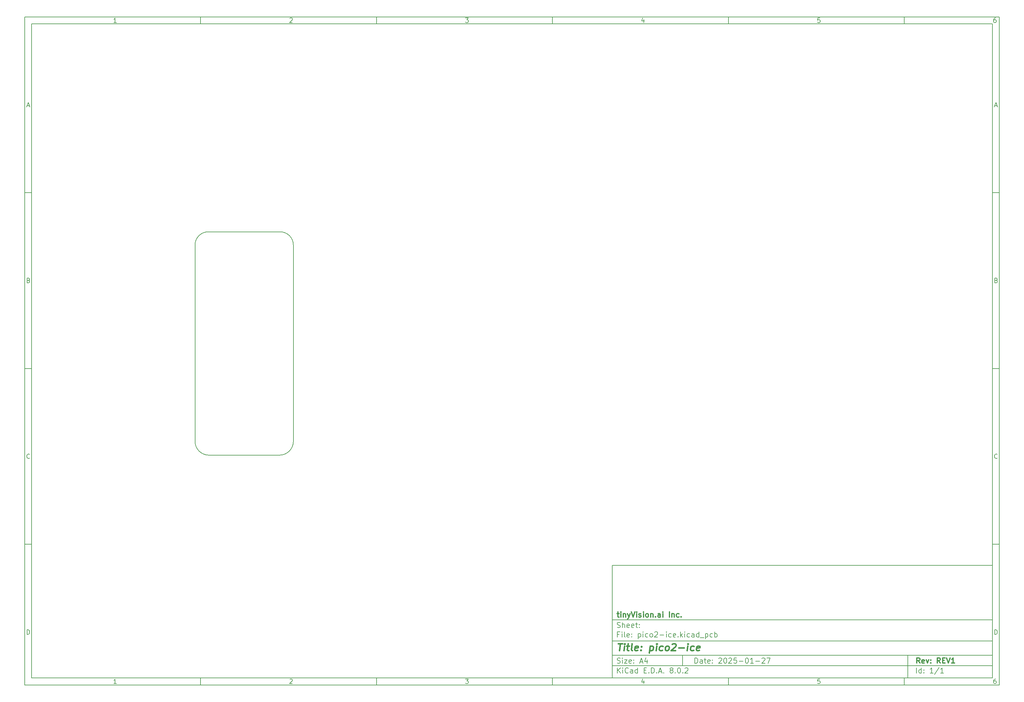
<source format=gbr>
%TF.GenerationSoftware,KiCad,Pcbnew,8.0.2*%
%TF.CreationDate,2025-02-02T23:53:12+05:30*%
%TF.ProjectId,pico2-ice,7069636f-322d-4696-9365-2e6b69636164,REV1*%
%TF.SameCoordinates,Original*%
%TF.FileFunction,Other,User*%
%FSLAX46Y46*%
G04 Gerber Fmt 4.6, Leading zero omitted, Abs format (unit mm)*
G04 Created by KiCad (PCBNEW 8.0.2) date 2025-02-02 23:53:12*
%MOMM*%
%LPD*%
G01*
G04 APERTURE LIST*
%ADD10C,0.100000*%
%ADD11C,0.150000*%
%ADD12C,0.300000*%
%ADD13C,0.400000*%
%TA.AperFunction,Profile*%
%ADD14C,0.127000*%
%TD*%
G04 APERTURE END LIST*
D10*
D11*
X177002200Y-166007200D02*
X285002200Y-166007200D01*
X285002200Y-198007200D01*
X177002200Y-198007200D01*
X177002200Y-166007200D01*
D10*
D11*
X10000000Y-10000000D02*
X287002200Y-10000000D01*
X287002200Y-200007200D01*
X10000000Y-200007200D01*
X10000000Y-10000000D01*
D10*
D11*
X12000000Y-12000000D02*
X285002200Y-12000000D01*
X285002200Y-198007200D01*
X12000000Y-198007200D01*
X12000000Y-12000000D01*
D10*
D11*
X60000000Y-12000000D02*
X60000000Y-10000000D01*
D10*
D11*
X110000000Y-12000000D02*
X110000000Y-10000000D01*
D10*
D11*
X160000000Y-12000000D02*
X160000000Y-10000000D01*
D10*
D11*
X210000000Y-12000000D02*
X210000000Y-10000000D01*
D10*
D11*
X260000000Y-12000000D02*
X260000000Y-10000000D01*
D10*
D11*
X36089160Y-11593604D02*
X35346303Y-11593604D01*
X35717731Y-11593604D02*
X35717731Y-10293604D01*
X35717731Y-10293604D02*
X35593922Y-10479319D01*
X35593922Y-10479319D02*
X35470112Y-10603128D01*
X35470112Y-10603128D02*
X35346303Y-10665033D01*
D10*
D11*
X85346303Y-10417414D02*
X85408207Y-10355509D01*
X85408207Y-10355509D02*
X85532017Y-10293604D01*
X85532017Y-10293604D02*
X85841541Y-10293604D01*
X85841541Y-10293604D02*
X85965350Y-10355509D01*
X85965350Y-10355509D02*
X86027255Y-10417414D01*
X86027255Y-10417414D02*
X86089160Y-10541223D01*
X86089160Y-10541223D02*
X86089160Y-10665033D01*
X86089160Y-10665033D02*
X86027255Y-10850747D01*
X86027255Y-10850747D02*
X85284398Y-11593604D01*
X85284398Y-11593604D02*
X86089160Y-11593604D01*
D10*
D11*
X135284398Y-10293604D02*
X136089160Y-10293604D01*
X136089160Y-10293604D02*
X135655826Y-10788842D01*
X135655826Y-10788842D02*
X135841541Y-10788842D01*
X135841541Y-10788842D02*
X135965350Y-10850747D01*
X135965350Y-10850747D02*
X136027255Y-10912652D01*
X136027255Y-10912652D02*
X136089160Y-11036461D01*
X136089160Y-11036461D02*
X136089160Y-11345985D01*
X136089160Y-11345985D02*
X136027255Y-11469795D01*
X136027255Y-11469795D02*
X135965350Y-11531700D01*
X135965350Y-11531700D02*
X135841541Y-11593604D01*
X135841541Y-11593604D02*
X135470112Y-11593604D01*
X135470112Y-11593604D02*
X135346303Y-11531700D01*
X135346303Y-11531700D02*
X135284398Y-11469795D01*
D10*
D11*
X185965350Y-10726938D02*
X185965350Y-11593604D01*
X185655826Y-10231700D02*
X185346303Y-11160271D01*
X185346303Y-11160271D02*
X186151064Y-11160271D01*
D10*
D11*
X236027255Y-10293604D02*
X235408207Y-10293604D01*
X235408207Y-10293604D02*
X235346303Y-10912652D01*
X235346303Y-10912652D02*
X235408207Y-10850747D01*
X235408207Y-10850747D02*
X235532017Y-10788842D01*
X235532017Y-10788842D02*
X235841541Y-10788842D01*
X235841541Y-10788842D02*
X235965350Y-10850747D01*
X235965350Y-10850747D02*
X236027255Y-10912652D01*
X236027255Y-10912652D02*
X236089160Y-11036461D01*
X236089160Y-11036461D02*
X236089160Y-11345985D01*
X236089160Y-11345985D02*
X236027255Y-11469795D01*
X236027255Y-11469795D02*
X235965350Y-11531700D01*
X235965350Y-11531700D02*
X235841541Y-11593604D01*
X235841541Y-11593604D02*
X235532017Y-11593604D01*
X235532017Y-11593604D02*
X235408207Y-11531700D01*
X235408207Y-11531700D02*
X235346303Y-11469795D01*
D10*
D11*
X285965350Y-10293604D02*
X285717731Y-10293604D01*
X285717731Y-10293604D02*
X285593922Y-10355509D01*
X285593922Y-10355509D02*
X285532017Y-10417414D01*
X285532017Y-10417414D02*
X285408207Y-10603128D01*
X285408207Y-10603128D02*
X285346303Y-10850747D01*
X285346303Y-10850747D02*
X285346303Y-11345985D01*
X285346303Y-11345985D02*
X285408207Y-11469795D01*
X285408207Y-11469795D02*
X285470112Y-11531700D01*
X285470112Y-11531700D02*
X285593922Y-11593604D01*
X285593922Y-11593604D02*
X285841541Y-11593604D01*
X285841541Y-11593604D02*
X285965350Y-11531700D01*
X285965350Y-11531700D02*
X286027255Y-11469795D01*
X286027255Y-11469795D02*
X286089160Y-11345985D01*
X286089160Y-11345985D02*
X286089160Y-11036461D01*
X286089160Y-11036461D02*
X286027255Y-10912652D01*
X286027255Y-10912652D02*
X285965350Y-10850747D01*
X285965350Y-10850747D02*
X285841541Y-10788842D01*
X285841541Y-10788842D02*
X285593922Y-10788842D01*
X285593922Y-10788842D02*
X285470112Y-10850747D01*
X285470112Y-10850747D02*
X285408207Y-10912652D01*
X285408207Y-10912652D02*
X285346303Y-11036461D01*
D10*
D11*
X60000000Y-198007200D02*
X60000000Y-200007200D01*
D10*
D11*
X110000000Y-198007200D02*
X110000000Y-200007200D01*
D10*
D11*
X160000000Y-198007200D02*
X160000000Y-200007200D01*
D10*
D11*
X210000000Y-198007200D02*
X210000000Y-200007200D01*
D10*
D11*
X260000000Y-198007200D02*
X260000000Y-200007200D01*
D10*
D11*
X36089160Y-199600804D02*
X35346303Y-199600804D01*
X35717731Y-199600804D02*
X35717731Y-198300804D01*
X35717731Y-198300804D02*
X35593922Y-198486519D01*
X35593922Y-198486519D02*
X35470112Y-198610328D01*
X35470112Y-198610328D02*
X35346303Y-198672233D01*
D10*
D11*
X85346303Y-198424614D02*
X85408207Y-198362709D01*
X85408207Y-198362709D02*
X85532017Y-198300804D01*
X85532017Y-198300804D02*
X85841541Y-198300804D01*
X85841541Y-198300804D02*
X85965350Y-198362709D01*
X85965350Y-198362709D02*
X86027255Y-198424614D01*
X86027255Y-198424614D02*
X86089160Y-198548423D01*
X86089160Y-198548423D02*
X86089160Y-198672233D01*
X86089160Y-198672233D02*
X86027255Y-198857947D01*
X86027255Y-198857947D02*
X85284398Y-199600804D01*
X85284398Y-199600804D02*
X86089160Y-199600804D01*
D10*
D11*
X135284398Y-198300804D02*
X136089160Y-198300804D01*
X136089160Y-198300804D02*
X135655826Y-198796042D01*
X135655826Y-198796042D02*
X135841541Y-198796042D01*
X135841541Y-198796042D02*
X135965350Y-198857947D01*
X135965350Y-198857947D02*
X136027255Y-198919852D01*
X136027255Y-198919852D02*
X136089160Y-199043661D01*
X136089160Y-199043661D02*
X136089160Y-199353185D01*
X136089160Y-199353185D02*
X136027255Y-199476995D01*
X136027255Y-199476995D02*
X135965350Y-199538900D01*
X135965350Y-199538900D02*
X135841541Y-199600804D01*
X135841541Y-199600804D02*
X135470112Y-199600804D01*
X135470112Y-199600804D02*
X135346303Y-199538900D01*
X135346303Y-199538900D02*
X135284398Y-199476995D01*
D10*
D11*
X185965350Y-198734138D02*
X185965350Y-199600804D01*
X185655826Y-198238900D02*
X185346303Y-199167471D01*
X185346303Y-199167471D02*
X186151064Y-199167471D01*
D10*
D11*
X236027255Y-198300804D02*
X235408207Y-198300804D01*
X235408207Y-198300804D02*
X235346303Y-198919852D01*
X235346303Y-198919852D02*
X235408207Y-198857947D01*
X235408207Y-198857947D02*
X235532017Y-198796042D01*
X235532017Y-198796042D02*
X235841541Y-198796042D01*
X235841541Y-198796042D02*
X235965350Y-198857947D01*
X235965350Y-198857947D02*
X236027255Y-198919852D01*
X236027255Y-198919852D02*
X236089160Y-199043661D01*
X236089160Y-199043661D02*
X236089160Y-199353185D01*
X236089160Y-199353185D02*
X236027255Y-199476995D01*
X236027255Y-199476995D02*
X235965350Y-199538900D01*
X235965350Y-199538900D02*
X235841541Y-199600804D01*
X235841541Y-199600804D02*
X235532017Y-199600804D01*
X235532017Y-199600804D02*
X235408207Y-199538900D01*
X235408207Y-199538900D02*
X235346303Y-199476995D01*
D10*
D11*
X285965350Y-198300804D02*
X285717731Y-198300804D01*
X285717731Y-198300804D02*
X285593922Y-198362709D01*
X285593922Y-198362709D02*
X285532017Y-198424614D01*
X285532017Y-198424614D02*
X285408207Y-198610328D01*
X285408207Y-198610328D02*
X285346303Y-198857947D01*
X285346303Y-198857947D02*
X285346303Y-199353185D01*
X285346303Y-199353185D02*
X285408207Y-199476995D01*
X285408207Y-199476995D02*
X285470112Y-199538900D01*
X285470112Y-199538900D02*
X285593922Y-199600804D01*
X285593922Y-199600804D02*
X285841541Y-199600804D01*
X285841541Y-199600804D02*
X285965350Y-199538900D01*
X285965350Y-199538900D02*
X286027255Y-199476995D01*
X286027255Y-199476995D02*
X286089160Y-199353185D01*
X286089160Y-199353185D02*
X286089160Y-199043661D01*
X286089160Y-199043661D02*
X286027255Y-198919852D01*
X286027255Y-198919852D02*
X285965350Y-198857947D01*
X285965350Y-198857947D02*
X285841541Y-198796042D01*
X285841541Y-198796042D02*
X285593922Y-198796042D01*
X285593922Y-198796042D02*
X285470112Y-198857947D01*
X285470112Y-198857947D02*
X285408207Y-198919852D01*
X285408207Y-198919852D02*
X285346303Y-199043661D01*
D10*
D11*
X10000000Y-60000000D02*
X12000000Y-60000000D01*
D10*
D11*
X10000000Y-110000000D02*
X12000000Y-110000000D01*
D10*
D11*
X10000000Y-160000000D02*
X12000000Y-160000000D01*
D10*
D11*
X10690476Y-35222176D02*
X11309523Y-35222176D01*
X10566666Y-35593604D02*
X10999999Y-34293604D01*
X10999999Y-34293604D02*
X11433333Y-35593604D01*
D10*
D11*
X11092857Y-84912652D02*
X11278571Y-84974557D01*
X11278571Y-84974557D02*
X11340476Y-85036461D01*
X11340476Y-85036461D02*
X11402380Y-85160271D01*
X11402380Y-85160271D02*
X11402380Y-85345985D01*
X11402380Y-85345985D02*
X11340476Y-85469795D01*
X11340476Y-85469795D02*
X11278571Y-85531700D01*
X11278571Y-85531700D02*
X11154761Y-85593604D01*
X11154761Y-85593604D02*
X10659523Y-85593604D01*
X10659523Y-85593604D02*
X10659523Y-84293604D01*
X10659523Y-84293604D02*
X11092857Y-84293604D01*
X11092857Y-84293604D02*
X11216666Y-84355509D01*
X11216666Y-84355509D02*
X11278571Y-84417414D01*
X11278571Y-84417414D02*
X11340476Y-84541223D01*
X11340476Y-84541223D02*
X11340476Y-84665033D01*
X11340476Y-84665033D02*
X11278571Y-84788842D01*
X11278571Y-84788842D02*
X11216666Y-84850747D01*
X11216666Y-84850747D02*
X11092857Y-84912652D01*
X11092857Y-84912652D02*
X10659523Y-84912652D01*
D10*
D11*
X11402380Y-135469795D02*
X11340476Y-135531700D01*
X11340476Y-135531700D02*
X11154761Y-135593604D01*
X11154761Y-135593604D02*
X11030952Y-135593604D01*
X11030952Y-135593604D02*
X10845238Y-135531700D01*
X10845238Y-135531700D02*
X10721428Y-135407890D01*
X10721428Y-135407890D02*
X10659523Y-135284080D01*
X10659523Y-135284080D02*
X10597619Y-135036461D01*
X10597619Y-135036461D02*
X10597619Y-134850747D01*
X10597619Y-134850747D02*
X10659523Y-134603128D01*
X10659523Y-134603128D02*
X10721428Y-134479319D01*
X10721428Y-134479319D02*
X10845238Y-134355509D01*
X10845238Y-134355509D02*
X11030952Y-134293604D01*
X11030952Y-134293604D02*
X11154761Y-134293604D01*
X11154761Y-134293604D02*
X11340476Y-134355509D01*
X11340476Y-134355509D02*
X11402380Y-134417414D01*
D10*
D11*
X10659523Y-185593604D02*
X10659523Y-184293604D01*
X10659523Y-184293604D02*
X10969047Y-184293604D01*
X10969047Y-184293604D02*
X11154761Y-184355509D01*
X11154761Y-184355509D02*
X11278571Y-184479319D01*
X11278571Y-184479319D02*
X11340476Y-184603128D01*
X11340476Y-184603128D02*
X11402380Y-184850747D01*
X11402380Y-184850747D02*
X11402380Y-185036461D01*
X11402380Y-185036461D02*
X11340476Y-185284080D01*
X11340476Y-185284080D02*
X11278571Y-185407890D01*
X11278571Y-185407890D02*
X11154761Y-185531700D01*
X11154761Y-185531700D02*
X10969047Y-185593604D01*
X10969047Y-185593604D02*
X10659523Y-185593604D01*
D10*
D11*
X287002200Y-60000000D02*
X285002200Y-60000000D01*
D10*
D11*
X287002200Y-110000000D02*
X285002200Y-110000000D01*
D10*
D11*
X287002200Y-160000000D02*
X285002200Y-160000000D01*
D10*
D11*
X285692676Y-35222176D02*
X286311723Y-35222176D01*
X285568866Y-35593604D02*
X286002199Y-34293604D01*
X286002199Y-34293604D02*
X286435533Y-35593604D01*
D10*
D11*
X286095057Y-84912652D02*
X286280771Y-84974557D01*
X286280771Y-84974557D02*
X286342676Y-85036461D01*
X286342676Y-85036461D02*
X286404580Y-85160271D01*
X286404580Y-85160271D02*
X286404580Y-85345985D01*
X286404580Y-85345985D02*
X286342676Y-85469795D01*
X286342676Y-85469795D02*
X286280771Y-85531700D01*
X286280771Y-85531700D02*
X286156961Y-85593604D01*
X286156961Y-85593604D02*
X285661723Y-85593604D01*
X285661723Y-85593604D02*
X285661723Y-84293604D01*
X285661723Y-84293604D02*
X286095057Y-84293604D01*
X286095057Y-84293604D02*
X286218866Y-84355509D01*
X286218866Y-84355509D02*
X286280771Y-84417414D01*
X286280771Y-84417414D02*
X286342676Y-84541223D01*
X286342676Y-84541223D02*
X286342676Y-84665033D01*
X286342676Y-84665033D02*
X286280771Y-84788842D01*
X286280771Y-84788842D02*
X286218866Y-84850747D01*
X286218866Y-84850747D02*
X286095057Y-84912652D01*
X286095057Y-84912652D02*
X285661723Y-84912652D01*
D10*
D11*
X286404580Y-135469795D02*
X286342676Y-135531700D01*
X286342676Y-135531700D02*
X286156961Y-135593604D01*
X286156961Y-135593604D02*
X286033152Y-135593604D01*
X286033152Y-135593604D02*
X285847438Y-135531700D01*
X285847438Y-135531700D02*
X285723628Y-135407890D01*
X285723628Y-135407890D02*
X285661723Y-135284080D01*
X285661723Y-135284080D02*
X285599819Y-135036461D01*
X285599819Y-135036461D02*
X285599819Y-134850747D01*
X285599819Y-134850747D02*
X285661723Y-134603128D01*
X285661723Y-134603128D02*
X285723628Y-134479319D01*
X285723628Y-134479319D02*
X285847438Y-134355509D01*
X285847438Y-134355509D02*
X286033152Y-134293604D01*
X286033152Y-134293604D02*
X286156961Y-134293604D01*
X286156961Y-134293604D02*
X286342676Y-134355509D01*
X286342676Y-134355509D02*
X286404580Y-134417414D01*
D10*
D11*
X285661723Y-185593604D02*
X285661723Y-184293604D01*
X285661723Y-184293604D02*
X285971247Y-184293604D01*
X285971247Y-184293604D02*
X286156961Y-184355509D01*
X286156961Y-184355509D02*
X286280771Y-184479319D01*
X286280771Y-184479319D02*
X286342676Y-184603128D01*
X286342676Y-184603128D02*
X286404580Y-184850747D01*
X286404580Y-184850747D02*
X286404580Y-185036461D01*
X286404580Y-185036461D02*
X286342676Y-185284080D01*
X286342676Y-185284080D02*
X286280771Y-185407890D01*
X286280771Y-185407890D02*
X286156961Y-185531700D01*
X286156961Y-185531700D02*
X285971247Y-185593604D01*
X285971247Y-185593604D02*
X285661723Y-185593604D01*
D10*
D11*
X200458026Y-193793328D02*
X200458026Y-192293328D01*
X200458026Y-192293328D02*
X200815169Y-192293328D01*
X200815169Y-192293328D02*
X201029455Y-192364757D01*
X201029455Y-192364757D02*
X201172312Y-192507614D01*
X201172312Y-192507614D02*
X201243741Y-192650471D01*
X201243741Y-192650471D02*
X201315169Y-192936185D01*
X201315169Y-192936185D02*
X201315169Y-193150471D01*
X201315169Y-193150471D02*
X201243741Y-193436185D01*
X201243741Y-193436185D02*
X201172312Y-193579042D01*
X201172312Y-193579042D02*
X201029455Y-193721900D01*
X201029455Y-193721900D02*
X200815169Y-193793328D01*
X200815169Y-193793328D02*
X200458026Y-193793328D01*
X202600884Y-193793328D02*
X202600884Y-193007614D01*
X202600884Y-193007614D02*
X202529455Y-192864757D01*
X202529455Y-192864757D02*
X202386598Y-192793328D01*
X202386598Y-192793328D02*
X202100884Y-192793328D01*
X202100884Y-192793328D02*
X201958026Y-192864757D01*
X202600884Y-193721900D02*
X202458026Y-193793328D01*
X202458026Y-193793328D02*
X202100884Y-193793328D01*
X202100884Y-193793328D02*
X201958026Y-193721900D01*
X201958026Y-193721900D02*
X201886598Y-193579042D01*
X201886598Y-193579042D02*
X201886598Y-193436185D01*
X201886598Y-193436185D02*
X201958026Y-193293328D01*
X201958026Y-193293328D02*
X202100884Y-193221900D01*
X202100884Y-193221900D02*
X202458026Y-193221900D01*
X202458026Y-193221900D02*
X202600884Y-193150471D01*
X203100884Y-192793328D02*
X203672312Y-192793328D01*
X203315169Y-192293328D02*
X203315169Y-193579042D01*
X203315169Y-193579042D02*
X203386598Y-193721900D01*
X203386598Y-193721900D02*
X203529455Y-193793328D01*
X203529455Y-193793328D02*
X203672312Y-193793328D01*
X204743741Y-193721900D02*
X204600884Y-193793328D01*
X204600884Y-193793328D02*
X204315170Y-193793328D01*
X204315170Y-193793328D02*
X204172312Y-193721900D01*
X204172312Y-193721900D02*
X204100884Y-193579042D01*
X204100884Y-193579042D02*
X204100884Y-193007614D01*
X204100884Y-193007614D02*
X204172312Y-192864757D01*
X204172312Y-192864757D02*
X204315170Y-192793328D01*
X204315170Y-192793328D02*
X204600884Y-192793328D01*
X204600884Y-192793328D02*
X204743741Y-192864757D01*
X204743741Y-192864757D02*
X204815170Y-193007614D01*
X204815170Y-193007614D02*
X204815170Y-193150471D01*
X204815170Y-193150471D02*
X204100884Y-193293328D01*
X205458026Y-193650471D02*
X205529455Y-193721900D01*
X205529455Y-193721900D02*
X205458026Y-193793328D01*
X205458026Y-193793328D02*
X205386598Y-193721900D01*
X205386598Y-193721900D02*
X205458026Y-193650471D01*
X205458026Y-193650471D02*
X205458026Y-193793328D01*
X205458026Y-192864757D02*
X205529455Y-192936185D01*
X205529455Y-192936185D02*
X205458026Y-193007614D01*
X205458026Y-193007614D02*
X205386598Y-192936185D01*
X205386598Y-192936185D02*
X205458026Y-192864757D01*
X205458026Y-192864757D02*
X205458026Y-193007614D01*
X207243741Y-192436185D02*
X207315169Y-192364757D01*
X207315169Y-192364757D02*
X207458027Y-192293328D01*
X207458027Y-192293328D02*
X207815169Y-192293328D01*
X207815169Y-192293328D02*
X207958027Y-192364757D01*
X207958027Y-192364757D02*
X208029455Y-192436185D01*
X208029455Y-192436185D02*
X208100884Y-192579042D01*
X208100884Y-192579042D02*
X208100884Y-192721900D01*
X208100884Y-192721900D02*
X208029455Y-192936185D01*
X208029455Y-192936185D02*
X207172312Y-193793328D01*
X207172312Y-193793328D02*
X208100884Y-193793328D01*
X209029455Y-192293328D02*
X209172312Y-192293328D01*
X209172312Y-192293328D02*
X209315169Y-192364757D01*
X209315169Y-192364757D02*
X209386598Y-192436185D01*
X209386598Y-192436185D02*
X209458026Y-192579042D01*
X209458026Y-192579042D02*
X209529455Y-192864757D01*
X209529455Y-192864757D02*
X209529455Y-193221900D01*
X209529455Y-193221900D02*
X209458026Y-193507614D01*
X209458026Y-193507614D02*
X209386598Y-193650471D01*
X209386598Y-193650471D02*
X209315169Y-193721900D01*
X209315169Y-193721900D02*
X209172312Y-193793328D01*
X209172312Y-193793328D02*
X209029455Y-193793328D01*
X209029455Y-193793328D02*
X208886598Y-193721900D01*
X208886598Y-193721900D02*
X208815169Y-193650471D01*
X208815169Y-193650471D02*
X208743740Y-193507614D01*
X208743740Y-193507614D02*
X208672312Y-193221900D01*
X208672312Y-193221900D02*
X208672312Y-192864757D01*
X208672312Y-192864757D02*
X208743740Y-192579042D01*
X208743740Y-192579042D02*
X208815169Y-192436185D01*
X208815169Y-192436185D02*
X208886598Y-192364757D01*
X208886598Y-192364757D02*
X209029455Y-192293328D01*
X210100883Y-192436185D02*
X210172311Y-192364757D01*
X210172311Y-192364757D02*
X210315169Y-192293328D01*
X210315169Y-192293328D02*
X210672311Y-192293328D01*
X210672311Y-192293328D02*
X210815169Y-192364757D01*
X210815169Y-192364757D02*
X210886597Y-192436185D01*
X210886597Y-192436185D02*
X210958026Y-192579042D01*
X210958026Y-192579042D02*
X210958026Y-192721900D01*
X210958026Y-192721900D02*
X210886597Y-192936185D01*
X210886597Y-192936185D02*
X210029454Y-193793328D01*
X210029454Y-193793328D02*
X210958026Y-193793328D01*
X212315168Y-192293328D02*
X211600882Y-192293328D01*
X211600882Y-192293328D02*
X211529454Y-193007614D01*
X211529454Y-193007614D02*
X211600882Y-192936185D01*
X211600882Y-192936185D02*
X211743740Y-192864757D01*
X211743740Y-192864757D02*
X212100882Y-192864757D01*
X212100882Y-192864757D02*
X212243740Y-192936185D01*
X212243740Y-192936185D02*
X212315168Y-193007614D01*
X212315168Y-193007614D02*
X212386597Y-193150471D01*
X212386597Y-193150471D02*
X212386597Y-193507614D01*
X212386597Y-193507614D02*
X212315168Y-193650471D01*
X212315168Y-193650471D02*
X212243740Y-193721900D01*
X212243740Y-193721900D02*
X212100882Y-193793328D01*
X212100882Y-193793328D02*
X211743740Y-193793328D01*
X211743740Y-193793328D02*
X211600882Y-193721900D01*
X211600882Y-193721900D02*
X211529454Y-193650471D01*
X213029453Y-193221900D02*
X214172311Y-193221900D01*
X215172311Y-192293328D02*
X215315168Y-192293328D01*
X215315168Y-192293328D02*
X215458025Y-192364757D01*
X215458025Y-192364757D02*
X215529454Y-192436185D01*
X215529454Y-192436185D02*
X215600882Y-192579042D01*
X215600882Y-192579042D02*
X215672311Y-192864757D01*
X215672311Y-192864757D02*
X215672311Y-193221900D01*
X215672311Y-193221900D02*
X215600882Y-193507614D01*
X215600882Y-193507614D02*
X215529454Y-193650471D01*
X215529454Y-193650471D02*
X215458025Y-193721900D01*
X215458025Y-193721900D02*
X215315168Y-193793328D01*
X215315168Y-193793328D02*
X215172311Y-193793328D01*
X215172311Y-193793328D02*
X215029454Y-193721900D01*
X215029454Y-193721900D02*
X214958025Y-193650471D01*
X214958025Y-193650471D02*
X214886596Y-193507614D01*
X214886596Y-193507614D02*
X214815168Y-193221900D01*
X214815168Y-193221900D02*
X214815168Y-192864757D01*
X214815168Y-192864757D02*
X214886596Y-192579042D01*
X214886596Y-192579042D02*
X214958025Y-192436185D01*
X214958025Y-192436185D02*
X215029454Y-192364757D01*
X215029454Y-192364757D02*
X215172311Y-192293328D01*
X217100882Y-193793328D02*
X216243739Y-193793328D01*
X216672310Y-193793328D02*
X216672310Y-192293328D01*
X216672310Y-192293328D02*
X216529453Y-192507614D01*
X216529453Y-192507614D02*
X216386596Y-192650471D01*
X216386596Y-192650471D02*
X216243739Y-192721900D01*
X217743738Y-193221900D02*
X218886596Y-193221900D01*
X219529453Y-192436185D02*
X219600881Y-192364757D01*
X219600881Y-192364757D02*
X219743739Y-192293328D01*
X219743739Y-192293328D02*
X220100881Y-192293328D01*
X220100881Y-192293328D02*
X220243739Y-192364757D01*
X220243739Y-192364757D02*
X220315167Y-192436185D01*
X220315167Y-192436185D02*
X220386596Y-192579042D01*
X220386596Y-192579042D02*
X220386596Y-192721900D01*
X220386596Y-192721900D02*
X220315167Y-192936185D01*
X220315167Y-192936185D02*
X219458024Y-193793328D01*
X219458024Y-193793328D02*
X220386596Y-193793328D01*
X220886595Y-192293328D02*
X221886595Y-192293328D01*
X221886595Y-192293328D02*
X221243738Y-193793328D01*
D10*
D11*
X177002200Y-194507200D02*
X285002200Y-194507200D01*
D10*
D11*
X178458026Y-196593328D02*
X178458026Y-195093328D01*
X179315169Y-196593328D02*
X178672312Y-195736185D01*
X179315169Y-195093328D02*
X178458026Y-195950471D01*
X179958026Y-196593328D02*
X179958026Y-195593328D01*
X179958026Y-195093328D02*
X179886598Y-195164757D01*
X179886598Y-195164757D02*
X179958026Y-195236185D01*
X179958026Y-195236185D02*
X180029455Y-195164757D01*
X180029455Y-195164757D02*
X179958026Y-195093328D01*
X179958026Y-195093328D02*
X179958026Y-195236185D01*
X181529455Y-196450471D02*
X181458027Y-196521900D01*
X181458027Y-196521900D02*
X181243741Y-196593328D01*
X181243741Y-196593328D02*
X181100884Y-196593328D01*
X181100884Y-196593328D02*
X180886598Y-196521900D01*
X180886598Y-196521900D02*
X180743741Y-196379042D01*
X180743741Y-196379042D02*
X180672312Y-196236185D01*
X180672312Y-196236185D02*
X180600884Y-195950471D01*
X180600884Y-195950471D02*
X180600884Y-195736185D01*
X180600884Y-195736185D02*
X180672312Y-195450471D01*
X180672312Y-195450471D02*
X180743741Y-195307614D01*
X180743741Y-195307614D02*
X180886598Y-195164757D01*
X180886598Y-195164757D02*
X181100884Y-195093328D01*
X181100884Y-195093328D02*
X181243741Y-195093328D01*
X181243741Y-195093328D02*
X181458027Y-195164757D01*
X181458027Y-195164757D02*
X181529455Y-195236185D01*
X182815170Y-196593328D02*
X182815170Y-195807614D01*
X182815170Y-195807614D02*
X182743741Y-195664757D01*
X182743741Y-195664757D02*
X182600884Y-195593328D01*
X182600884Y-195593328D02*
X182315170Y-195593328D01*
X182315170Y-195593328D02*
X182172312Y-195664757D01*
X182815170Y-196521900D02*
X182672312Y-196593328D01*
X182672312Y-196593328D02*
X182315170Y-196593328D01*
X182315170Y-196593328D02*
X182172312Y-196521900D01*
X182172312Y-196521900D02*
X182100884Y-196379042D01*
X182100884Y-196379042D02*
X182100884Y-196236185D01*
X182100884Y-196236185D02*
X182172312Y-196093328D01*
X182172312Y-196093328D02*
X182315170Y-196021900D01*
X182315170Y-196021900D02*
X182672312Y-196021900D01*
X182672312Y-196021900D02*
X182815170Y-195950471D01*
X184172313Y-196593328D02*
X184172313Y-195093328D01*
X184172313Y-196521900D02*
X184029455Y-196593328D01*
X184029455Y-196593328D02*
X183743741Y-196593328D01*
X183743741Y-196593328D02*
X183600884Y-196521900D01*
X183600884Y-196521900D02*
X183529455Y-196450471D01*
X183529455Y-196450471D02*
X183458027Y-196307614D01*
X183458027Y-196307614D02*
X183458027Y-195879042D01*
X183458027Y-195879042D02*
X183529455Y-195736185D01*
X183529455Y-195736185D02*
X183600884Y-195664757D01*
X183600884Y-195664757D02*
X183743741Y-195593328D01*
X183743741Y-195593328D02*
X184029455Y-195593328D01*
X184029455Y-195593328D02*
X184172313Y-195664757D01*
X186029455Y-195807614D02*
X186529455Y-195807614D01*
X186743741Y-196593328D02*
X186029455Y-196593328D01*
X186029455Y-196593328D02*
X186029455Y-195093328D01*
X186029455Y-195093328D02*
X186743741Y-195093328D01*
X187386598Y-196450471D02*
X187458027Y-196521900D01*
X187458027Y-196521900D02*
X187386598Y-196593328D01*
X187386598Y-196593328D02*
X187315170Y-196521900D01*
X187315170Y-196521900D02*
X187386598Y-196450471D01*
X187386598Y-196450471D02*
X187386598Y-196593328D01*
X188100884Y-196593328D02*
X188100884Y-195093328D01*
X188100884Y-195093328D02*
X188458027Y-195093328D01*
X188458027Y-195093328D02*
X188672313Y-195164757D01*
X188672313Y-195164757D02*
X188815170Y-195307614D01*
X188815170Y-195307614D02*
X188886599Y-195450471D01*
X188886599Y-195450471D02*
X188958027Y-195736185D01*
X188958027Y-195736185D02*
X188958027Y-195950471D01*
X188958027Y-195950471D02*
X188886599Y-196236185D01*
X188886599Y-196236185D02*
X188815170Y-196379042D01*
X188815170Y-196379042D02*
X188672313Y-196521900D01*
X188672313Y-196521900D02*
X188458027Y-196593328D01*
X188458027Y-196593328D02*
X188100884Y-196593328D01*
X189600884Y-196450471D02*
X189672313Y-196521900D01*
X189672313Y-196521900D02*
X189600884Y-196593328D01*
X189600884Y-196593328D02*
X189529456Y-196521900D01*
X189529456Y-196521900D02*
X189600884Y-196450471D01*
X189600884Y-196450471D02*
X189600884Y-196593328D01*
X190243742Y-196164757D02*
X190958028Y-196164757D01*
X190100885Y-196593328D02*
X190600885Y-195093328D01*
X190600885Y-195093328D02*
X191100885Y-196593328D01*
X191600884Y-196450471D02*
X191672313Y-196521900D01*
X191672313Y-196521900D02*
X191600884Y-196593328D01*
X191600884Y-196593328D02*
X191529456Y-196521900D01*
X191529456Y-196521900D02*
X191600884Y-196450471D01*
X191600884Y-196450471D02*
X191600884Y-196593328D01*
X193672313Y-195736185D02*
X193529456Y-195664757D01*
X193529456Y-195664757D02*
X193458027Y-195593328D01*
X193458027Y-195593328D02*
X193386599Y-195450471D01*
X193386599Y-195450471D02*
X193386599Y-195379042D01*
X193386599Y-195379042D02*
X193458027Y-195236185D01*
X193458027Y-195236185D02*
X193529456Y-195164757D01*
X193529456Y-195164757D02*
X193672313Y-195093328D01*
X193672313Y-195093328D02*
X193958027Y-195093328D01*
X193958027Y-195093328D02*
X194100885Y-195164757D01*
X194100885Y-195164757D02*
X194172313Y-195236185D01*
X194172313Y-195236185D02*
X194243742Y-195379042D01*
X194243742Y-195379042D02*
X194243742Y-195450471D01*
X194243742Y-195450471D02*
X194172313Y-195593328D01*
X194172313Y-195593328D02*
X194100885Y-195664757D01*
X194100885Y-195664757D02*
X193958027Y-195736185D01*
X193958027Y-195736185D02*
X193672313Y-195736185D01*
X193672313Y-195736185D02*
X193529456Y-195807614D01*
X193529456Y-195807614D02*
X193458027Y-195879042D01*
X193458027Y-195879042D02*
X193386599Y-196021900D01*
X193386599Y-196021900D02*
X193386599Y-196307614D01*
X193386599Y-196307614D02*
X193458027Y-196450471D01*
X193458027Y-196450471D02*
X193529456Y-196521900D01*
X193529456Y-196521900D02*
X193672313Y-196593328D01*
X193672313Y-196593328D02*
X193958027Y-196593328D01*
X193958027Y-196593328D02*
X194100885Y-196521900D01*
X194100885Y-196521900D02*
X194172313Y-196450471D01*
X194172313Y-196450471D02*
X194243742Y-196307614D01*
X194243742Y-196307614D02*
X194243742Y-196021900D01*
X194243742Y-196021900D02*
X194172313Y-195879042D01*
X194172313Y-195879042D02*
X194100885Y-195807614D01*
X194100885Y-195807614D02*
X193958027Y-195736185D01*
X194886598Y-196450471D02*
X194958027Y-196521900D01*
X194958027Y-196521900D02*
X194886598Y-196593328D01*
X194886598Y-196593328D02*
X194815170Y-196521900D01*
X194815170Y-196521900D02*
X194886598Y-196450471D01*
X194886598Y-196450471D02*
X194886598Y-196593328D01*
X195886599Y-195093328D02*
X196029456Y-195093328D01*
X196029456Y-195093328D02*
X196172313Y-195164757D01*
X196172313Y-195164757D02*
X196243742Y-195236185D01*
X196243742Y-195236185D02*
X196315170Y-195379042D01*
X196315170Y-195379042D02*
X196386599Y-195664757D01*
X196386599Y-195664757D02*
X196386599Y-196021900D01*
X196386599Y-196021900D02*
X196315170Y-196307614D01*
X196315170Y-196307614D02*
X196243742Y-196450471D01*
X196243742Y-196450471D02*
X196172313Y-196521900D01*
X196172313Y-196521900D02*
X196029456Y-196593328D01*
X196029456Y-196593328D02*
X195886599Y-196593328D01*
X195886599Y-196593328D02*
X195743742Y-196521900D01*
X195743742Y-196521900D02*
X195672313Y-196450471D01*
X195672313Y-196450471D02*
X195600884Y-196307614D01*
X195600884Y-196307614D02*
X195529456Y-196021900D01*
X195529456Y-196021900D02*
X195529456Y-195664757D01*
X195529456Y-195664757D02*
X195600884Y-195379042D01*
X195600884Y-195379042D02*
X195672313Y-195236185D01*
X195672313Y-195236185D02*
X195743742Y-195164757D01*
X195743742Y-195164757D02*
X195886599Y-195093328D01*
X197029455Y-196450471D02*
X197100884Y-196521900D01*
X197100884Y-196521900D02*
X197029455Y-196593328D01*
X197029455Y-196593328D02*
X196958027Y-196521900D01*
X196958027Y-196521900D02*
X197029455Y-196450471D01*
X197029455Y-196450471D02*
X197029455Y-196593328D01*
X197672313Y-195236185D02*
X197743741Y-195164757D01*
X197743741Y-195164757D02*
X197886599Y-195093328D01*
X197886599Y-195093328D02*
X198243741Y-195093328D01*
X198243741Y-195093328D02*
X198386599Y-195164757D01*
X198386599Y-195164757D02*
X198458027Y-195236185D01*
X198458027Y-195236185D02*
X198529456Y-195379042D01*
X198529456Y-195379042D02*
X198529456Y-195521900D01*
X198529456Y-195521900D02*
X198458027Y-195736185D01*
X198458027Y-195736185D02*
X197600884Y-196593328D01*
X197600884Y-196593328D02*
X198529456Y-196593328D01*
D10*
D11*
X177002200Y-191507200D02*
X285002200Y-191507200D01*
D10*
D12*
X264413853Y-193785528D02*
X263913853Y-193071242D01*
X263556710Y-193785528D02*
X263556710Y-192285528D01*
X263556710Y-192285528D02*
X264128139Y-192285528D01*
X264128139Y-192285528D02*
X264270996Y-192356957D01*
X264270996Y-192356957D02*
X264342425Y-192428385D01*
X264342425Y-192428385D02*
X264413853Y-192571242D01*
X264413853Y-192571242D02*
X264413853Y-192785528D01*
X264413853Y-192785528D02*
X264342425Y-192928385D01*
X264342425Y-192928385D02*
X264270996Y-192999814D01*
X264270996Y-192999814D02*
X264128139Y-193071242D01*
X264128139Y-193071242D02*
X263556710Y-193071242D01*
X265628139Y-193714100D02*
X265485282Y-193785528D01*
X265485282Y-193785528D02*
X265199568Y-193785528D01*
X265199568Y-193785528D02*
X265056710Y-193714100D01*
X265056710Y-193714100D02*
X264985282Y-193571242D01*
X264985282Y-193571242D02*
X264985282Y-192999814D01*
X264985282Y-192999814D02*
X265056710Y-192856957D01*
X265056710Y-192856957D02*
X265199568Y-192785528D01*
X265199568Y-192785528D02*
X265485282Y-192785528D01*
X265485282Y-192785528D02*
X265628139Y-192856957D01*
X265628139Y-192856957D02*
X265699568Y-192999814D01*
X265699568Y-192999814D02*
X265699568Y-193142671D01*
X265699568Y-193142671D02*
X264985282Y-193285528D01*
X266199567Y-192785528D02*
X266556710Y-193785528D01*
X266556710Y-193785528D02*
X266913853Y-192785528D01*
X267485281Y-193642671D02*
X267556710Y-193714100D01*
X267556710Y-193714100D02*
X267485281Y-193785528D01*
X267485281Y-193785528D02*
X267413853Y-193714100D01*
X267413853Y-193714100D02*
X267485281Y-193642671D01*
X267485281Y-193642671D02*
X267485281Y-193785528D01*
X267485281Y-192856957D02*
X267556710Y-192928385D01*
X267556710Y-192928385D02*
X267485281Y-192999814D01*
X267485281Y-192999814D02*
X267413853Y-192928385D01*
X267413853Y-192928385D02*
X267485281Y-192856957D01*
X267485281Y-192856957D02*
X267485281Y-192999814D01*
X270199567Y-193785528D02*
X269699567Y-193071242D01*
X269342424Y-193785528D02*
X269342424Y-192285528D01*
X269342424Y-192285528D02*
X269913853Y-192285528D01*
X269913853Y-192285528D02*
X270056710Y-192356957D01*
X270056710Y-192356957D02*
X270128139Y-192428385D01*
X270128139Y-192428385D02*
X270199567Y-192571242D01*
X270199567Y-192571242D02*
X270199567Y-192785528D01*
X270199567Y-192785528D02*
X270128139Y-192928385D01*
X270128139Y-192928385D02*
X270056710Y-192999814D01*
X270056710Y-192999814D02*
X269913853Y-193071242D01*
X269913853Y-193071242D02*
X269342424Y-193071242D01*
X270842424Y-192999814D02*
X271342424Y-192999814D01*
X271556710Y-193785528D02*
X270842424Y-193785528D01*
X270842424Y-193785528D02*
X270842424Y-192285528D01*
X270842424Y-192285528D02*
X271556710Y-192285528D01*
X271985282Y-192285528D02*
X272485282Y-193785528D01*
X272485282Y-193785528D02*
X272985282Y-192285528D01*
X274270996Y-193785528D02*
X273413853Y-193785528D01*
X273842424Y-193785528D02*
X273842424Y-192285528D01*
X273842424Y-192285528D02*
X273699567Y-192499814D01*
X273699567Y-192499814D02*
X273556710Y-192642671D01*
X273556710Y-192642671D02*
X273413853Y-192714100D01*
D10*
D11*
X178386598Y-193721900D02*
X178600884Y-193793328D01*
X178600884Y-193793328D02*
X178958026Y-193793328D01*
X178958026Y-193793328D02*
X179100884Y-193721900D01*
X179100884Y-193721900D02*
X179172312Y-193650471D01*
X179172312Y-193650471D02*
X179243741Y-193507614D01*
X179243741Y-193507614D02*
X179243741Y-193364757D01*
X179243741Y-193364757D02*
X179172312Y-193221900D01*
X179172312Y-193221900D02*
X179100884Y-193150471D01*
X179100884Y-193150471D02*
X178958026Y-193079042D01*
X178958026Y-193079042D02*
X178672312Y-193007614D01*
X178672312Y-193007614D02*
X178529455Y-192936185D01*
X178529455Y-192936185D02*
X178458026Y-192864757D01*
X178458026Y-192864757D02*
X178386598Y-192721900D01*
X178386598Y-192721900D02*
X178386598Y-192579042D01*
X178386598Y-192579042D02*
X178458026Y-192436185D01*
X178458026Y-192436185D02*
X178529455Y-192364757D01*
X178529455Y-192364757D02*
X178672312Y-192293328D01*
X178672312Y-192293328D02*
X179029455Y-192293328D01*
X179029455Y-192293328D02*
X179243741Y-192364757D01*
X179886597Y-193793328D02*
X179886597Y-192793328D01*
X179886597Y-192293328D02*
X179815169Y-192364757D01*
X179815169Y-192364757D02*
X179886597Y-192436185D01*
X179886597Y-192436185D02*
X179958026Y-192364757D01*
X179958026Y-192364757D02*
X179886597Y-192293328D01*
X179886597Y-192293328D02*
X179886597Y-192436185D01*
X180458026Y-192793328D02*
X181243741Y-192793328D01*
X181243741Y-192793328D02*
X180458026Y-193793328D01*
X180458026Y-193793328D02*
X181243741Y-193793328D01*
X182386598Y-193721900D02*
X182243741Y-193793328D01*
X182243741Y-193793328D02*
X181958027Y-193793328D01*
X181958027Y-193793328D02*
X181815169Y-193721900D01*
X181815169Y-193721900D02*
X181743741Y-193579042D01*
X181743741Y-193579042D02*
X181743741Y-193007614D01*
X181743741Y-193007614D02*
X181815169Y-192864757D01*
X181815169Y-192864757D02*
X181958027Y-192793328D01*
X181958027Y-192793328D02*
X182243741Y-192793328D01*
X182243741Y-192793328D02*
X182386598Y-192864757D01*
X182386598Y-192864757D02*
X182458027Y-193007614D01*
X182458027Y-193007614D02*
X182458027Y-193150471D01*
X182458027Y-193150471D02*
X181743741Y-193293328D01*
X183100883Y-193650471D02*
X183172312Y-193721900D01*
X183172312Y-193721900D02*
X183100883Y-193793328D01*
X183100883Y-193793328D02*
X183029455Y-193721900D01*
X183029455Y-193721900D02*
X183100883Y-193650471D01*
X183100883Y-193650471D02*
X183100883Y-193793328D01*
X183100883Y-192864757D02*
X183172312Y-192936185D01*
X183172312Y-192936185D02*
X183100883Y-193007614D01*
X183100883Y-193007614D02*
X183029455Y-192936185D01*
X183029455Y-192936185D02*
X183100883Y-192864757D01*
X183100883Y-192864757D02*
X183100883Y-193007614D01*
X184886598Y-193364757D02*
X185600884Y-193364757D01*
X184743741Y-193793328D02*
X185243741Y-192293328D01*
X185243741Y-192293328D02*
X185743741Y-193793328D01*
X186886598Y-192793328D02*
X186886598Y-193793328D01*
X186529455Y-192221900D02*
X186172312Y-193293328D01*
X186172312Y-193293328D02*
X187100883Y-193293328D01*
D10*
D11*
X263458026Y-196593328D02*
X263458026Y-195093328D01*
X264815170Y-196593328D02*
X264815170Y-195093328D01*
X264815170Y-196521900D02*
X264672312Y-196593328D01*
X264672312Y-196593328D02*
X264386598Y-196593328D01*
X264386598Y-196593328D02*
X264243741Y-196521900D01*
X264243741Y-196521900D02*
X264172312Y-196450471D01*
X264172312Y-196450471D02*
X264100884Y-196307614D01*
X264100884Y-196307614D02*
X264100884Y-195879042D01*
X264100884Y-195879042D02*
X264172312Y-195736185D01*
X264172312Y-195736185D02*
X264243741Y-195664757D01*
X264243741Y-195664757D02*
X264386598Y-195593328D01*
X264386598Y-195593328D02*
X264672312Y-195593328D01*
X264672312Y-195593328D02*
X264815170Y-195664757D01*
X265529455Y-196450471D02*
X265600884Y-196521900D01*
X265600884Y-196521900D02*
X265529455Y-196593328D01*
X265529455Y-196593328D02*
X265458027Y-196521900D01*
X265458027Y-196521900D02*
X265529455Y-196450471D01*
X265529455Y-196450471D02*
X265529455Y-196593328D01*
X265529455Y-195664757D02*
X265600884Y-195736185D01*
X265600884Y-195736185D02*
X265529455Y-195807614D01*
X265529455Y-195807614D02*
X265458027Y-195736185D01*
X265458027Y-195736185D02*
X265529455Y-195664757D01*
X265529455Y-195664757D02*
X265529455Y-195807614D01*
X268172313Y-196593328D02*
X267315170Y-196593328D01*
X267743741Y-196593328D02*
X267743741Y-195093328D01*
X267743741Y-195093328D02*
X267600884Y-195307614D01*
X267600884Y-195307614D02*
X267458027Y-195450471D01*
X267458027Y-195450471D02*
X267315170Y-195521900D01*
X269886598Y-195021900D02*
X268600884Y-196950471D01*
X271172313Y-196593328D02*
X270315170Y-196593328D01*
X270743741Y-196593328D02*
X270743741Y-195093328D01*
X270743741Y-195093328D02*
X270600884Y-195307614D01*
X270600884Y-195307614D02*
X270458027Y-195450471D01*
X270458027Y-195450471D02*
X270315170Y-195521900D01*
D10*
D11*
X177002200Y-187507200D02*
X285002200Y-187507200D01*
D10*
D13*
X178693928Y-188211638D02*
X179836785Y-188211638D01*
X179015357Y-190211638D02*
X179265357Y-188211638D01*
X180253452Y-190211638D02*
X180420119Y-188878304D01*
X180503452Y-188211638D02*
X180396309Y-188306876D01*
X180396309Y-188306876D02*
X180479643Y-188402114D01*
X180479643Y-188402114D02*
X180586786Y-188306876D01*
X180586786Y-188306876D02*
X180503452Y-188211638D01*
X180503452Y-188211638D02*
X180479643Y-188402114D01*
X181086786Y-188878304D02*
X181848690Y-188878304D01*
X181455833Y-188211638D02*
X181241548Y-189925923D01*
X181241548Y-189925923D02*
X181312976Y-190116400D01*
X181312976Y-190116400D02*
X181491548Y-190211638D01*
X181491548Y-190211638D02*
X181682024Y-190211638D01*
X182634405Y-190211638D02*
X182455833Y-190116400D01*
X182455833Y-190116400D02*
X182384405Y-189925923D01*
X182384405Y-189925923D02*
X182598690Y-188211638D01*
X184170119Y-190116400D02*
X183967738Y-190211638D01*
X183967738Y-190211638D02*
X183586785Y-190211638D01*
X183586785Y-190211638D02*
X183408214Y-190116400D01*
X183408214Y-190116400D02*
X183336785Y-189925923D01*
X183336785Y-189925923D02*
X183432024Y-189164019D01*
X183432024Y-189164019D02*
X183551071Y-188973542D01*
X183551071Y-188973542D02*
X183753452Y-188878304D01*
X183753452Y-188878304D02*
X184134404Y-188878304D01*
X184134404Y-188878304D02*
X184312976Y-188973542D01*
X184312976Y-188973542D02*
X184384404Y-189164019D01*
X184384404Y-189164019D02*
X184360595Y-189354495D01*
X184360595Y-189354495D02*
X183384404Y-189544971D01*
X185134405Y-190021161D02*
X185217738Y-190116400D01*
X185217738Y-190116400D02*
X185110595Y-190211638D01*
X185110595Y-190211638D02*
X185027262Y-190116400D01*
X185027262Y-190116400D02*
X185134405Y-190021161D01*
X185134405Y-190021161D02*
X185110595Y-190211638D01*
X185265357Y-188973542D02*
X185348690Y-189068780D01*
X185348690Y-189068780D02*
X185241548Y-189164019D01*
X185241548Y-189164019D02*
X185158214Y-189068780D01*
X185158214Y-189068780D02*
X185265357Y-188973542D01*
X185265357Y-188973542D02*
X185241548Y-189164019D01*
X187753453Y-188878304D02*
X187503453Y-190878304D01*
X187741548Y-188973542D02*
X187943929Y-188878304D01*
X187943929Y-188878304D02*
X188324881Y-188878304D01*
X188324881Y-188878304D02*
X188503453Y-188973542D01*
X188503453Y-188973542D02*
X188586786Y-189068780D01*
X188586786Y-189068780D02*
X188658215Y-189259257D01*
X188658215Y-189259257D02*
X188586786Y-189830685D01*
X188586786Y-189830685D02*
X188467739Y-190021161D01*
X188467739Y-190021161D02*
X188360596Y-190116400D01*
X188360596Y-190116400D02*
X188158215Y-190211638D01*
X188158215Y-190211638D02*
X187777262Y-190211638D01*
X187777262Y-190211638D02*
X187598691Y-190116400D01*
X189396310Y-190211638D02*
X189562977Y-188878304D01*
X189646310Y-188211638D02*
X189539167Y-188306876D01*
X189539167Y-188306876D02*
X189622501Y-188402114D01*
X189622501Y-188402114D02*
X189729644Y-188306876D01*
X189729644Y-188306876D02*
X189646310Y-188211638D01*
X189646310Y-188211638D02*
X189622501Y-188402114D01*
X191217739Y-190116400D02*
X191015358Y-190211638D01*
X191015358Y-190211638D02*
X190634406Y-190211638D01*
X190634406Y-190211638D02*
X190455834Y-190116400D01*
X190455834Y-190116400D02*
X190372501Y-190021161D01*
X190372501Y-190021161D02*
X190301072Y-189830685D01*
X190301072Y-189830685D02*
X190372501Y-189259257D01*
X190372501Y-189259257D02*
X190491548Y-189068780D01*
X190491548Y-189068780D02*
X190598691Y-188973542D01*
X190598691Y-188973542D02*
X190801072Y-188878304D01*
X190801072Y-188878304D02*
X191182025Y-188878304D01*
X191182025Y-188878304D02*
X191360596Y-188973542D01*
X192348692Y-190211638D02*
X192170120Y-190116400D01*
X192170120Y-190116400D02*
X192086787Y-190021161D01*
X192086787Y-190021161D02*
X192015358Y-189830685D01*
X192015358Y-189830685D02*
X192086787Y-189259257D01*
X192086787Y-189259257D02*
X192205834Y-189068780D01*
X192205834Y-189068780D02*
X192312977Y-188973542D01*
X192312977Y-188973542D02*
X192515358Y-188878304D01*
X192515358Y-188878304D02*
X192801072Y-188878304D01*
X192801072Y-188878304D02*
X192979644Y-188973542D01*
X192979644Y-188973542D02*
X193062977Y-189068780D01*
X193062977Y-189068780D02*
X193134406Y-189259257D01*
X193134406Y-189259257D02*
X193062977Y-189830685D01*
X193062977Y-189830685D02*
X192943930Y-190021161D01*
X192943930Y-190021161D02*
X192836787Y-190116400D01*
X192836787Y-190116400D02*
X192634406Y-190211638D01*
X192634406Y-190211638D02*
X192348692Y-190211638D01*
X194003454Y-188402114D02*
X194110596Y-188306876D01*
X194110596Y-188306876D02*
X194312977Y-188211638D01*
X194312977Y-188211638D02*
X194789168Y-188211638D01*
X194789168Y-188211638D02*
X194967739Y-188306876D01*
X194967739Y-188306876D02*
X195051073Y-188402114D01*
X195051073Y-188402114D02*
X195122501Y-188592590D01*
X195122501Y-188592590D02*
X195098692Y-188783066D01*
X195098692Y-188783066D02*
X194967739Y-189068780D01*
X194967739Y-189068780D02*
X193682025Y-190211638D01*
X193682025Y-190211638D02*
X194920120Y-190211638D01*
X195872501Y-189449733D02*
X197396311Y-189449733D01*
X198253453Y-190211638D02*
X198420120Y-188878304D01*
X198503453Y-188211638D02*
X198396310Y-188306876D01*
X198396310Y-188306876D02*
X198479644Y-188402114D01*
X198479644Y-188402114D02*
X198586787Y-188306876D01*
X198586787Y-188306876D02*
X198503453Y-188211638D01*
X198503453Y-188211638D02*
X198479644Y-188402114D01*
X200074882Y-190116400D02*
X199872501Y-190211638D01*
X199872501Y-190211638D02*
X199491549Y-190211638D01*
X199491549Y-190211638D02*
X199312977Y-190116400D01*
X199312977Y-190116400D02*
X199229644Y-190021161D01*
X199229644Y-190021161D02*
X199158215Y-189830685D01*
X199158215Y-189830685D02*
X199229644Y-189259257D01*
X199229644Y-189259257D02*
X199348691Y-189068780D01*
X199348691Y-189068780D02*
X199455834Y-188973542D01*
X199455834Y-188973542D02*
X199658215Y-188878304D01*
X199658215Y-188878304D02*
X200039168Y-188878304D01*
X200039168Y-188878304D02*
X200217739Y-188973542D01*
X201693930Y-190116400D02*
X201491549Y-190211638D01*
X201491549Y-190211638D02*
X201110596Y-190211638D01*
X201110596Y-190211638D02*
X200932025Y-190116400D01*
X200932025Y-190116400D02*
X200860596Y-189925923D01*
X200860596Y-189925923D02*
X200955835Y-189164019D01*
X200955835Y-189164019D02*
X201074882Y-188973542D01*
X201074882Y-188973542D02*
X201277263Y-188878304D01*
X201277263Y-188878304D02*
X201658215Y-188878304D01*
X201658215Y-188878304D02*
X201836787Y-188973542D01*
X201836787Y-188973542D02*
X201908215Y-189164019D01*
X201908215Y-189164019D02*
X201884406Y-189354495D01*
X201884406Y-189354495D02*
X200908215Y-189544971D01*
D10*
D11*
X178958026Y-185607614D02*
X178458026Y-185607614D01*
X178458026Y-186393328D02*
X178458026Y-184893328D01*
X178458026Y-184893328D02*
X179172312Y-184893328D01*
X179743740Y-186393328D02*
X179743740Y-185393328D01*
X179743740Y-184893328D02*
X179672312Y-184964757D01*
X179672312Y-184964757D02*
X179743740Y-185036185D01*
X179743740Y-185036185D02*
X179815169Y-184964757D01*
X179815169Y-184964757D02*
X179743740Y-184893328D01*
X179743740Y-184893328D02*
X179743740Y-185036185D01*
X180672312Y-186393328D02*
X180529455Y-186321900D01*
X180529455Y-186321900D02*
X180458026Y-186179042D01*
X180458026Y-186179042D02*
X180458026Y-184893328D01*
X181815169Y-186321900D02*
X181672312Y-186393328D01*
X181672312Y-186393328D02*
X181386598Y-186393328D01*
X181386598Y-186393328D02*
X181243740Y-186321900D01*
X181243740Y-186321900D02*
X181172312Y-186179042D01*
X181172312Y-186179042D02*
X181172312Y-185607614D01*
X181172312Y-185607614D02*
X181243740Y-185464757D01*
X181243740Y-185464757D02*
X181386598Y-185393328D01*
X181386598Y-185393328D02*
X181672312Y-185393328D01*
X181672312Y-185393328D02*
X181815169Y-185464757D01*
X181815169Y-185464757D02*
X181886598Y-185607614D01*
X181886598Y-185607614D02*
X181886598Y-185750471D01*
X181886598Y-185750471D02*
X181172312Y-185893328D01*
X182529454Y-186250471D02*
X182600883Y-186321900D01*
X182600883Y-186321900D02*
X182529454Y-186393328D01*
X182529454Y-186393328D02*
X182458026Y-186321900D01*
X182458026Y-186321900D02*
X182529454Y-186250471D01*
X182529454Y-186250471D02*
X182529454Y-186393328D01*
X182529454Y-185464757D02*
X182600883Y-185536185D01*
X182600883Y-185536185D02*
X182529454Y-185607614D01*
X182529454Y-185607614D02*
X182458026Y-185536185D01*
X182458026Y-185536185D02*
X182529454Y-185464757D01*
X182529454Y-185464757D02*
X182529454Y-185607614D01*
X184386597Y-185393328D02*
X184386597Y-186893328D01*
X184386597Y-185464757D02*
X184529455Y-185393328D01*
X184529455Y-185393328D02*
X184815169Y-185393328D01*
X184815169Y-185393328D02*
X184958026Y-185464757D01*
X184958026Y-185464757D02*
X185029455Y-185536185D01*
X185029455Y-185536185D02*
X185100883Y-185679042D01*
X185100883Y-185679042D02*
X185100883Y-186107614D01*
X185100883Y-186107614D02*
X185029455Y-186250471D01*
X185029455Y-186250471D02*
X184958026Y-186321900D01*
X184958026Y-186321900D02*
X184815169Y-186393328D01*
X184815169Y-186393328D02*
X184529455Y-186393328D01*
X184529455Y-186393328D02*
X184386597Y-186321900D01*
X185743740Y-186393328D02*
X185743740Y-185393328D01*
X185743740Y-184893328D02*
X185672312Y-184964757D01*
X185672312Y-184964757D02*
X185743740Y-185036185D01*
X185743740Y-185036185D02*
X185815169Y-184964757D01*
X185815169Y-184964757D02*
X185743740Y-184893328D01*
X185743740Y-184893328D02*
X185743740Y-185036185D01*
X187100884Y-186321900D02*
X186958026Y-186393328D01*
X186958026Y-186393328D02*
X186672312Y-186393328D01*
X186672312Y-186393328D02*
X186529455Y-186321900D01*
X186529455Y-186321900D02*
X186458026Y-186250471D01*
X186458026Y-186250471D02*
X186386598Y-186107614D01*
X186386598Y-186107614D02*
X186386598Y-185679042D01*
X186386598Y-185679042D02*
X186458026Y-185536185D01*
X186458026Y-185536185D02*
X186529455Y-185464757D01*
X186529455Y-185464757D02*
X186672312Y-185393328D01*
X186672312Y-185393328D02*
X186958026Y-185393328D01*
X186958026Y-185393328D02*
X187100884Y-185464757D01*
X187958026Y-186393328D02*
X187815169Y-186321900D01*
X187815169Y-186321900D02*
X187743740Y-186250471D01*
X187743740Y-186250471D02*
X187672312Y-186107614D01*
X187672312Y-186107614D02*
X187672312Y-185679042D01*
X187672312Y-185679042D02*
X187743740Y-185536185D01*
X187743740Y-185536185D02*
X187815169Y-185464757D01*
X187815169Y-185464757D02*
X187958026Y-185393328D01*
X187958026Y-185393328D02*
X188172312Y-185393328D01*
X188172312Y-185393328D02*
X188315169Y-185464757D01*
X188315169Y-185464757D02*
X188386598Y-185536185D01*
X188386598Y-185536185D02*
X188458026Y-185679042D01*
X188458026Y-185679042D02*
X188458026Y-186107614D01*
X188458026Y-186107614D02*
X188386598Y-186250471D01*
X188386598Y-186250471D02*
X188315169Y-186321900D01*
X188315169Y-186321900D02*
X188172312Y-186393328D01*
X188172312Y-186393328D02*
X187958026Y-186393328D01*
X189029455Y-185036185D02*
X189100883Y-184964757D01*
X189100883Y-184964757D02*
X189243741Y-184893328D01*
X189243741Y-184893328D02*
X189600883Y-184893328D01*
X189600883Y-184893328D02*
X189743741Y-184964757D01*
X189743741Y-184964757D02*
X189815169Y-185036185D01*
X189815169Y-185036185D02*
X189886598Y-185179042D01*
X189886598Y-185179042D02*
X189886598Y-185321900D01*
X189886598Y-185321900D02*
X189815169Y-185536185D01*
X189815169Y-185536185D02*
X188958026Y-186393328D01*
X188958026Y-186393328D02*
X189886598Y-186393328D01*
X190529454Y-185821900D02*
X191672312Y-185821900D01*
X192386597Y-186393328D02*
X192386597Y-185393328D01*
X192386597Y-184893328D02*
X192315169Y-184964757D01*
X192315169Y-184964757D02*
X192386597Y-185036185D01*
X192386597Y-185036185D02*
X192458026Y-184964757D01*
X192458026Y-184964757D02*
X192386597Y-184893328D01*
X192386597Y-184893328D02*
X192386597Y-185036185D01*
X193743741Y-186321900D02*
X193600883Y-186393328D01*
X193600883Y-186393328D02*
X193315169Y-186393328D01*
X193315169Y-186393328D02*
X193172312Y-186321900D01*
X193172312Y-186321900D02*
X193100883Y-186250471D01*
X193100883Y-186250471D02*
X193029455Y-186107614D01*
X193029455Y-186107614D02*
X193029455Y-185679042D01*
X193029455Y-185679042D02*
X193100883Y-185536185D01*
X193100883Y-185536185D02*
X193172312Y-185464757D01*
X193172312Y-185464757D02*
X193315169Y-185393328D01*
X193315169Y-185393328D02*
X193600883Y-185393328D01*
X193600883Y-185393328D02*
X193743741Y-185464757D01*
X194958026Y-186321900D02*
X194815169Y-186393328D01*
X194815169Y-186393328D02*
X194529455Y-186393328D01*
X194529455Y-186393328D02*
X194386597Y-186321900D01*
X194386597Y-186321900D02*
X194315169Y-186179042D01*
X194315169Y-186179042D02*
X194315169Y-185607614D01*
X194315169Y-185607614D02*
X194386597Y-185464757D01*
X194386597Y-185464757D02*
X194529455Y-185393328D01*
X194529455Y-185393328D02*
X194815169Y-185393328D01*
X194815169Y-185393328D02*
X194958026Y-185464757D01*
X194958026Y-185464757D02*
X195029455Y-185607614D01*
X195029455Y-185607614D02*
X195029455Y-185750471D01*
X195029455Y-185750471D02*
X194315169Y-185893328D01*
X195672311Y-186250471D02*
X195743740Y-186321900D01*
X195743740Y-186321900D02*
X195672311Y-186393328D01*
X195672311Y-186393328D02*
X195600883Y-186321900D01*
X195600883Y-186321900D02*
X195672311Y-186250471D01*
X195672311Y-186250471D02*
X195672311Y-186393328D01*
X196386597Y-186393328D02*
X196386597Y-184893328D01*
X196529455Y-185821900D02*
X196958026Y-186393328D01*
X196958026Y-185393328D02*
X196386597Y-185964757D01*
X197600883Y-186393328D02*
X197600883Y-185393328D01*
X197600883Y-184893328D02*
X197529455Y-184964757D01*
X197529455Y-184964757D02*
X197600883Y-185036185D01*
X197600883Y-185036185D02*
X197672312Y-184964757D01*
X197672312Y-184964757D02*
X197600883Y-184893328D01*
X197600883Y-184893328D02*
X197600883Y-185036185D01*
X198958027Y-186321900D02*
X198815169Y-186393328D01*
X198815169Y-186393328D02*
X198529455Y-186393328D01*
X198529455Y-186393328D02*
X198386598Y-186321900D01*
X198386598Y-186321900D02*
X198315169Y-186250471D01*
X198315169Y-186250471D02*
X198243741Y-186107614D01*
X198243741Y-186107614D02*
X198243741Y-185679042D01*
X198243741Y-185679042D02*
X198315169Y-185536185D01*
X198315169Y-185536185D02*
X198386598Y-185464757D01*
X198386598Y-185464757D02*
X198529455Y-185393328D01*
X198529455Y-185393328D02*
X198815169Y-185393328D01*
X198815169Y-185393328D02*
X198958027Y-185464757D01*
X200243741Y-186393328D02*
X200243741Y-185607614D01*
X200243741Y-185607614D02*
X200172312Y-185464757D01*
X200172312Y-185464757D02*
X200029455Y-185393328D01*
X200029455Y-185393328D02*
X199743741Y-185393328D01*
X199743741Y-185393328D02*
X199600883Y-185464757D01*
X200243741Y-186321900D02*
X200100883Y-186393328D01*
X200100883Y-186393328D02*
X199743741Y-186393328D01*
X199743741Y-186393328D02*
X199600883Y-186321900D01*
X199600883Y-186321900D02*
X199529455Y-186179042D01*
X199529455Y-186179042D02*
X199529455Y-186036185D01*
X199529455Y-186036185D02*
X199600883Y-185893328D01*
X199600883Y-185893328D02*
X199743741Y-185821900D01*
X199743741Y-185821900D02*
X200100883Y-185821900D01*
X200100883Y-185821900D02*
X200243741Y-185750471D01*
X201600884Y-186393328D02*
X201600884Y-184893328D01*
X201600884Y-186321900D02*
X201458026Y-186393328D01*
X201458026Y-186393328D02*
X201172312Y-186393328D01*
X201172312Y-186393328D02*
X201029455Y-186321900D01*
X201029455Y-186321900D02*
X200958026Y-186250471D01*
X200958026Y-186250471D02*
X200886598Y-186107614D01*
X200886598Y-186107614D02*
X200886598Y-185679042D01*
X200886598Y-185679042D02*
X200958026Y-185536185D01*
X200958026Y-185536185D02*
X201029455Y-185464757D01*
X201029455Y-185464757D02*
X201172312Y-185393328D01*
X201172312Y-185393328D02*
X201458026Y-185393328D01*
X201458026Y-185393328D02*
X201600884Y-185464757D01*
X201958027Y-186536185D02*
X203100884Y-186536185D01*
X203458026Y-185393328D02*
X203458026Y-186893328D01*
X203458026Y-185464757D02*
X203600884Y-185393328D01*
X203600884Y-185393328D02*
X203886598Y-185393328D01*
X203886598Y-185393328D02*
X204029455Y-185464757D01*
X204029455Y-185464757D02*
X204100884Y-185536185D01*
X204100884Y-185536185D02*
X204172312Y-185679042D01*
X204172312Y-185679042D02*
X204172312Y-186107614D01*
X204172312Y-186107614D02*
X204100884Y-186250471D01*
X204100884Y-186250471D02*
X204029455Y-186321900D01*
X204029455Y-186321900D02*
X203886598Y-186393328D01*
X203886598Y-186393328D02*
X203600884Y-186393328D01*
X203600884Y-186393328D02*
X203458026Y-186321900D01*
X205458027Y-186321900D02*
X205315169Y-186393328D01*
X205315169Y-186393328D02*
X205029455Y-186393328D01*
X205029455Y-186393328D02*
X204886598Y-186321900D01*
X204886598Y-186321900D02*
X204815169Y-186250471D01*
X204815169Y-186250471D02*
X204743741Y-186107614D01*
X204743741Y-186107614D02*
X204743741Y-185679042D01*
X204743741Y-185679042D02*
X204815169Y-185536185D01*
X204815169Y-185536185D02*
X204886598Y-185464757D01*
X204886598Y-185464757D02*
X205029455Y-185393328D01*
X205029455Y-185393328D02*
X205315169Y-185393328D01*
X205315169Y-185393328D02*
X205458027Y-185464757D01*
X206100883Y-186393328D02*
X206100883Y-184893328D01*
X206100883Y-185464757D02*
X206243741Y-185393328D01*
X206243741Y-185393328D02*
X206529455Y-185393328D01*
X206529455Y-185393328D02*
X206672312Y-185464757D01*
X206672312Y-185464757D02*
X206743741Y-185536185D01*
X206743741Y-185536185D02*
X206815169Y-185679042D01*
X206815169Y-185679042D02*
X206815169Y-186107614D01*
X206815169Y-186107614D02*
X206743741Y-186250471D01*
X206743741Y-186250471D02*
X206672312Y-186321900D01*
X206672312Y-186321900D02*
X206529455Y-186393328D01*
X206529455Y-186393328D02*
X206243741Y-186393328D01*
X206243741Y-186393328D02*
X206100883Y-186321900D01*
D10*
D11*
X177002200Y-181507200D02*
X285002200Y-181507200D01*
D10*
D11*
X178386598Y-183621900D02*
X178600884Y-183693328D01*
X178600884Y-183693328D02*
X178958026Y-183693328D01*
X178958026Y-183693328D02*
X179100884Y-183621900D01*
X179100884Y-183621900D02*
X179172312Y-183550471D01*
X179172312Y-183550471D02*
X179243741Y-183407614D01*
X179243741Y-183407614D02*
X179243741Y-183264757D01*
X179243741Y-183264757D02*
X179172312Y-183121900D01*
X179172312Y-183121900D02*
X179100884Y-183050471D01*
X179100884Y-183050471D02*
X178958026Y-182979042D01*
X178958026Y-182979042D02*
X178672312Y-182907614D01*
X178672312Y-182907614D02*
X178529455Y-182836185D01*
X178529455Y-182836185D02*
X178458026Y-182764757D01*
X178458026Y-182764757D02*
X178386598Y-182621900D01*
X178386598Y-182621900D02*
X178386598Y-182479042D01*
X178386598Y-182479042D02*
X178458026Y-182336185D01*
X178458026Y-182336185D02*
X178529455Y-182264757D01*
X178529455Y-182264757D02*
X178672312Y-182193328D01*
X178672312Y-182193328D02*
X179029455Y-182193328D01*
X179029455Y-182193328D02*
X179243741Y-182264757D01*
X179886597Y-183693328D02*
X179886597Y-182193328D01*
X180529455Y-183693328D02*
X180529455Y-182907614D01*
X180529455Y-182907614D02*
X180458026Y-182764757D01*
X180458026Y-182764757D02*
X180315169Y-182693328D01*
X180315169Y-182693328D02*
X180100883Y-182693328D01*
X180100883Y-182693328D02*
X179958026Y-182764757D01*
X179958026Y-182764757D02*
X179886597Y-182836185D01*
X181815169Y-183621900D02*
X181672312Y-183693328D01*
X181672312Y-183693328D02*
X181386598Y-183693328D01*
X181386598Y-183693328D02*
X181243740Y-183621900D01*
X181243740Y-183621900D02*
X181172312Y-183479042D01*
X181172312Y-183479042D02*
X181172312Y-182907614D01*
X181172312Y-182907614D02*
X181243740Y-182764757D01*
X181243740Y-182764757D02*
X181386598Y-182693328D01*
X181386598Y-182693328D02*
X181672312Y-182693328D01*
X181672312Y-182693328D02*
X181815169Y-182764757D01*
X181815169Y-182764757D02*
X181886598Y-182907614D01*
X181886598Y-182907614D02*
X181886598Y-183050471D01*
X181886598Y-183050471D02*
X181172312Y-183193328D01*
X183100883Y-183621900D02*
X182958026Y-183693328D01*
X182958026Y-183693328D02*
X182672312Y-183693328D01*
X182672312Y-183693328D02*
X182529454Y-183621900D01*
X182529454Y-183621900D02*
X182458026Y-183479042D01*
X182458026Y-183479042D02*
X182458026Y-182907614D01*
X182458026Y-182907614D02*
X182529454Y-182764757D01*
X182529454Y-182764757D02*
X182672312Y-182693328D01*
X182672312Y-182693328D02*
X182958026Y-182693328D01*
X182958026Y-182693328D02*
X183100883Y-182764757D01*
X183100883Y-182764757D02*
X183172312Y-182907614D01*
X183172312Y-182907614D02*
X183172312Y-183050471D01*
X183172312Y-183050471D02*
X182458026Y-183193328D01*
X183600883Y-182693328D02*
X184172311Y-182693328D01*
X183815168Y-182193328D02*
X183815168Y-183479042D01*
X183815168Y-183479042D02*
X183886597Y-183621900D01*
X183886597Y-183621900D02*
X184029454Y-183693328D01*
X184029454Y-183693328D02*
X184172311Y-183693328D01*
X184672311Y-183550471D02*
X184743740Y-183621900D01*
X184743740Y-183621900D02*
X184672311Y-183693328D01*
X184672311Y-183693328D02*
X184600883Y-183621900D01*
X184600883Y-183621900D02*
X184672311Y-183550471D01*
X184672311Y-183550471D02*
X184672311Y-183693328D01*
X184672311Y-182764757D02*
X184743740Y-182836185D01*
X184743740Y-182836185D02*
X184672311Y-182907614D01*
X184672311Y-182907614D02*
X184600883Y-182836185D01*
X184600883Y-182836185D02*
X184672311Y-182764757D01*
X184672311Y-182764757D02*
X184672311Y-182907614D01*
D10*
D12*
X178342425Y-179685528D02*
X178913853Y-179685528D01*
X178556710Y-179185528D02*
X178556710Y-180471242D01*
X178556710Y-180471242D02*
X178628139Y-180614100D01*
X178628139Y-180614100D02*
X178770996Y-180685528D01*
X178770996Y-180685528D02*
X178913853Y-180685528D01*
X179413853Y-180685528D02*
X179413853Y-179685528D01*
X179413853Y-179185528D02*
X179342425Y-179256957D01*
X179342425Y-179256957D02*
X179413853Y-179328385D01*
X179413853Y-179328385D02*
X179485282Y-179256957D01*
X179485282Y-179256957D02*
X179413853Y-179185528D01*
X179413853Y-179185528D02*
X179413853Y-179328385D01*
X180128139Y-179685528D02*
X180128139Y-180685528D01*
X180128139Y-179828385D02*
X180199568Y-179756957D01*
X180199568Y-179756957D02*
X180342425Y-179685528D01*
X180342425Y-179685528D02*
X180556711Y-179685528D01*
X180556711Y-179685528D02*
X180699568Y-179756957D01*
X180699568Y-179756957D02*
X180770997Y-179899814D01*
X180770997Y-179899814D02*
X180770997Y-180685528D01*
X181342425Y-179685528D02*
X181699568Y-180685528D01*
X182056711Y-179685528D02*
X181699568Y-180685528D01*
X181699568Y-180685528D02*
X181556711Y-181042671D01*
X181556711Y-181042671D02*
X181485282Y-181114100D01*
X181485282Y-181114100D02*
X181342425Y-181185528D01*
X182413854Y-179185528D02*
X182913854Y-180685528D01*
X182913854Y-180685528D02*
X183413854Y-179185528D01*
X183913853Y-180685528D02*
X183913853Y-179685528D01*
X183913853Y-179185528D02*
X183842425Y-179256957D01*
X183842425Y-179256957D02*
X183913853Y-179328385D01*
X183913853Y-179328385D02*
X183985282Y-179256957D01*
X183985282Y-179256957D02*
X183913853Y-179185528D01*
X183913853Y-179185528D02*
X183913853Y-179328385D01*
X184556711Y-180614100D02*
X184699568Y-180685528D01*
X184699568Y-180685528D02*
X184985282Y-180685528D01*
X184985282Y-180685528D02*
X185128139Y-180614100D01*
X185128139Y-180614100D02*
X185199568Y-180471242D01*
X185199568Y-180471242D02*
X185199568Y-180399814D01*
X185199568Y-180399814D02*
X185128139Y-180256957D01*
X185128139Y-180256957D02*
X184985282Y-180185528D01*
X184985282Y-180185528D02*
X184770997Y-180185528D01*
X184770997Y-180185528D02*
X184628139Y-180114100D01*
X184628139Y-180114100D02*
X184556711Y-179971242D01*
X184556711Y-179971242D02*
X184556711Y-179899814D01*
X184556711Y-179899814D02*
X184628139Y-179756957D01*
X184628139Y-179756957D02*
X184770997Y-179685528D01*
X184770997Y-179685528D02*
X184985282Y-179685528D01*
X184985282Y-179685528D02*
X185128139Y-179756957D01*
X185842425Y-180685528D02*
X185842425Y-179685528D01*
X185842425Y-179185528D02*
X185770997Y-179256957D01*
X185770997Y-179256957D02*
X185842425Y-179328385D01*
X185842425Y-179328385D02*
X185913854Y-179256957D01*
X185913854Y-179256957D02*
X185842425Y-179185528D01*
X185842425Y-179185528D02*
X185842425Y-179328385D01*
X186770997Y-180685528D02*
X186628140Y-180614100D01*
X186628140Y-180614100D02*
X186556711Y-180542671D01*
X186556711Y-180542671D02*
X186485283Y-180399814D01*
X186485283Y-180399814D02*
X186485283Y-179971242D01*
X186485283Y-179971242D02*
X186556711Y-179828385D01*
X186556711Y-179828385D02*
X186628140Y-179756957D01*
X186628140Y-179756957D02*
X186770997Y-179685528D01*
X186770997Y-179685528D02*
X186985283Y-179685528D01*
X186985283Y-179685528D02*
X187128140Y-179756957D01*
X187128140Y-179756957D02*
X187199569Y-179828385D01*
X187199569Y-179828385D02*
X187270997Y-179971242D01*
X187270997Y-179971242D02*
X187270997Y-180399814D01*
X187270997Y-180399814D02*
X187199569Y-180542671D01*
X187199569Y-180542671D02*
X187128140Y-180614100D01*
X187128140Y-180614100D02*
X186985283Y-180685528D01*
X186985283Y-180685528D02*
X186770997Y-180685528D01*
X187913854Y-179685528D02*
X187913854Y-180685528D01*
X187913854Y-179828385D02*
X187985283Y-179756957D01*
X187985283Y-179756957D02*
X188128140Y-179685528D01*
X188128140Y-179685528D02*
X188342426Y-179685528D01*
X188342426Y-179685528D02*
X188485283Y-179756957D01*
X188485283Y-179756957D02*
X188556712Y-179899814D01*
X188556712Y-179899814D02*
X188556712Y-180685528D01*
X189270997Y-180542671D02*
X189342426Y-180614100D01*
X189342426Y-180614100D02*
X189270997Y-180685528D01*
X189270997Y-180685528D02*
X189199569Y-180614100D01*
X189199569Y-180614100D02*
X189270997Y-180542671D01*
X189270997Y-180542671D02*
X189270997Y-180685528D01*
X190628141Y-180685528D02*
X190628141Y-179899814D01*
X190628141Y-179899814D02*
X190556712Y-179756957D01*
X190556712Y-179756957D02*
X190413855Y-179685528D01*
X190413855Y-179685528D02*
X190128141Y-179685528D01*
X190128141Y-179685528D02*
X189985283Y-179756957D01*
X190628141Y-180614100D02*
X190485283Y-180685528D01*
X190485283Y-180685528D02*
X190128141Y-180685528D01*
X190128141Y-180685528D02*
X189985283Y-180614100D01*
X189985283Y-180614100D02*
X189913855Y-180471242D01*
X189913855Y-180471242D02*
X189913855Y-180328385D01*
X189913855Y-180328385D02*
X189985283Y-180185528D01*
X189985283Y-180185528D02*
X190128141Y-180114100D01*
X190128141Y-180114100D02*
X190485283Y-180114100D01*
X190485283Y-180114100D02*
X190628141Y-180042671D01*
X191342426Y-180685528D02*
X191342426Y-179685528D01*
X191342426Y-179185528D02*
X191270998Y-179256957D01*
X191270998Y-179256957D02*
X191342426Y-179328385D01*
X191342426Y-179328385D02*
X191413855Y-179256957D01*
X191413855Y-179256957D02*
X191342426Y-179185528D01*
X191342426Y-179185528D02*
X191342426Y-179328385D01*
X193199569Y-180685528D02*
X193199569Y-179185528D01*
X193913855Y-179685528D02*
X193913855Y-180685528D01*
X193913855Y-179828385D02*
X193985284Y-179756957D01*
X193985284Y-179756957D02*
X194128141Y-179685528D01*
X194128141Y-179685528D02*
X194342427Y-179685528D01*
X194342427Y-179685528D02*
X194485284Y-179756957D01*
X194485284Y-179756957D02*
X194556713Y-179899814D01*
X194556713Y-179899814D02*
X194556713Y-180685528D01*
X195913856Y-180614100D02*
X195770998Y-180685528D01*
X195770998Y-180685528D02*
X195485284Y-180685528D01*
X195485284Y-180685528D02*
X195342427Y-180614100D01*
X195342427Y-180614100D02*
X195270998Y-180542671D01*
X195270998Y-180542671D02*
X195199570Y-180399814D01*
X195199570Y-180399814D02*
X195199570Y-179971242D01*
X195199570Y-179971242D02*
X195270998Y-179828385D01*
X195270998Y-179828385D02*
X195342427Y-179756957D01*
X195342427Y-179756957D02*
X195485284Y-179685528D01*
X195485284Y-179685528D02*
X195770998Y-179685528D01*
X195770998Y-179685528D02*
X195913856Y-179756957D01*
X196556712Y-180542671D02*
X196628141Y-180614100D01*
X196628141Y-180614100D02*
X196556712Y-180685528D01*
X196556712Y-180685528D02*
X196485284Y-180614100D01*
X196485284Y-180614100D02*
X196556712Y-180542671D01*
X196556712Y-180542671D02*
X196556712Y-180685528D01*
D10*
D11*
X197002200Y-191507200D02*
X197002200Y-194507200D01*
D10*
D11*
X261002200Y-191507200D02*
X261002200Y-198007200D01*
D14*
X82550000Y-134620000D02*
X62230000Y-134620000D01*
X86360000Y-74930000D02*
X86360000Y-130810000D01*
X62230000Y-71120000D02*
X82550000Y-71120000D01*
X58420000Y-130810000D02*
X58420000Y-74930000D01*
X62230000Y-134620000D02*
G75*
G02*
X58420000Y-130810000I109500J3919500D01*
G01*
X58420000Y-74930000D02*
G75*
G02*
X62230000Y-71120000I3754300J55700D01*
G01*
X82550000Y-71120000D02*
G75*
G02*
X86360000Y-74930000I55700J-3754300D01*
G01*
X86360000Y-130810000D02*
G75*
G02*
X82550000Y-134620000I-3919500J109500D01*
G01*
M02*

</source>
